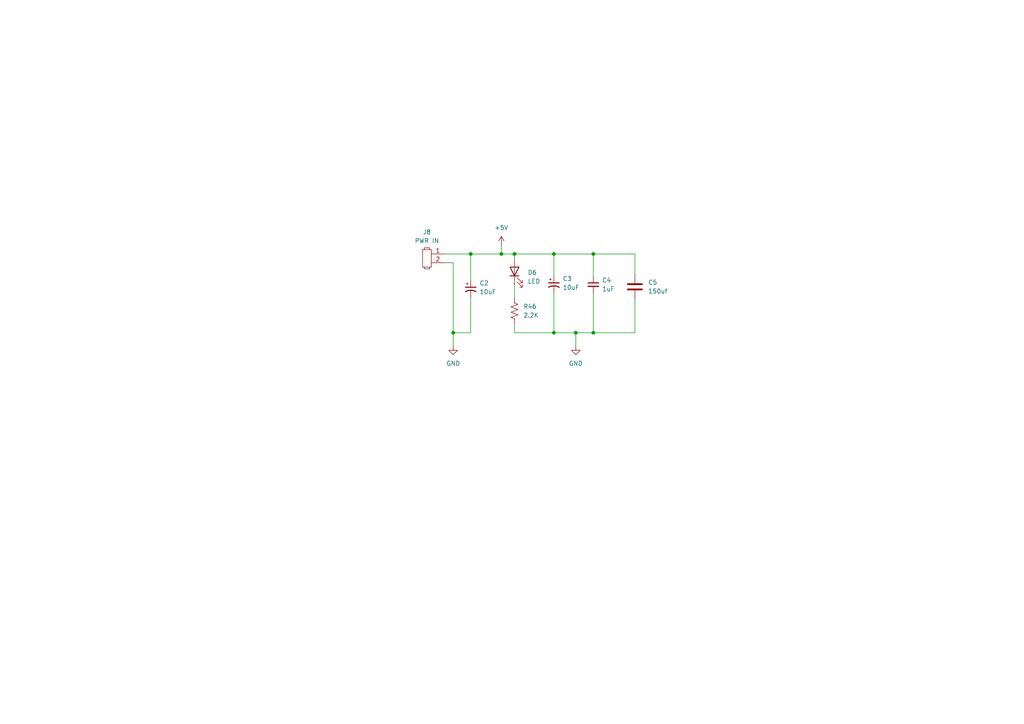
<source format=kicad_sch>
(kicad_sch
	(version 20231120)
	(generator "eeschema")
	(generator_version "8.0")
	(uuid "fc8f60f2-263c-4949-a618-cbd4b64c6aae")
	(paper "A4")
	(lib_symbols
		(symbol "Custom Symbols:2pinheader"
			(exclude_from_sim no)
			(in_bom yes)
			(on_board yes)
			(property "Reference" "J"
				(at -1.27 5.08 0)
				(effects
					(font
						(size 1.27 1.27)
					)
				)
			)
			(property "Value" "2pinheader"
				(at -1.27 3.81 0)
				(effects
					(font
						(size 1.27 1.27)
					)
				)
			)
			(property "Footprint" ""
				(at 1.27 7.62 0)
				(effects
					(font
						(size 1.27 1.27)
					)
					(hide yes)
				)
			)
			(property "Datasheet" ""
				(at 1.27 7.62 0)
				(effects
					(font
						(size 1.27 1.27)
					)
					(hide yes)
				)
			)
			(property "Description" ""
				(at 0 0 0)
				(effects
					(font
						(size 1.27 1.27)
					)
					(hide yes)
				)
			)
			(symbol "2pinheader_0_1"
				(polyline
					(pts
						(xy -2.032 -2.54) (xy -2.032 -3.048) (xy -0.508 -3.048) (xy -0.508 -2.54)
					)
					(stroke
						(width 0)
						(type default)
					)
					(fill
						(type none)
					)
				)
				(polyline
					(pts
						(xy -2.032 2.54) (xy -2.032 3.048) (xy -0.508 3.048) (xy -0.508 2.54) (xy -0.508 2.794)
					)
					(stroke
						(width 0)
						(type default)
					)
					(fill
						(type none)
					)
				)
				(rectangle
					(start 0 2.54)
					(end -2.54 -2.54)
					(stroke
						(width 0)
						(type default)
					)
					(fill
						(type none)
					)
				)
			)
			(symbol "2pinheader_1_1"
				(pin bidirectional line
					(at 3.81 1.27 180)
					(length 3.81)
					(name ""
						(effects
							(font
								(size 1.27 1.27)
							)
						)
					)
					(number "1"
						(effects
							(font
								(size 1.27 1.27)
							)
						)
					)
				)
				(pin bidirectional line
					(at 3.81 -1.27 180)
					(length 3.81)
					(name ""
						(effects
							(font
								(size 1.27 1.27)
							)
						)
					)
					(number "2"
						(effects
							(font
								(size 1.27 1.27)
							)
						)
					)
				)
			)
		)
		(symbol "Device:C"
			(pin_numbers hide)
			(pin_names
				(offset 0.254)
			)
			(exclude_from_sim no)
			(in_bom yes)
			(on_board yes)
			(property "Reference" "C"
				(at 0.635 2.54 0)
				(effects
					(font
						(size 1.27 1.27)
					)
					(justify left)
				)
			)
			(property "Value" "C"
				(at 0.635 -2.54 0)
				(effects
					(font
						(size 1.27 1.27)
					)
					(justify left)
				)
			)
			(property "Footprint" ""
				(at 0.9652 -3.81 0)
				(effects
					(font
						(size 1.27 1.27)
					)
					(hide yes)
				)
			)
			(property "Datasheet" "~"
				(at 0 0 0)
				(effects
					(font
						(size 1.27 1.27)
					)
					(hide yes)
				)
			)
			(property "Description" "Unpolarized capacitor"
				(at 0 0 0)
				(effects
					(font
						(size 1.27 1.27)
					)
					(hide yes)
				)
			)
			(property "ki_keywords" "cap capacitor"
				(at 0 0 0)
				(effects
					(font
						(size 1.27 1.27)
					)
					(hide yes)
				)
			)
			(property "ki_fp_filters" "C_*"
				(at 0 0 0)
				(effects
					(font
						(size 1.27 1.27)
					)
					(hide yes)
				)
			)
			(symbol "C_0_1"
				(polyline
					(pts
						(xy -2.032 -0.762) (xy 2.032 -0.762)
					)
					(stroke
						(width 0.508)
						(type default)
					)
					(fill
						(type none)
					)
				)
				(polyline
					(pts
						(xy -2.032 0.762) (xy 2.032 0.762)
					)
					(stroke
						(width 0.508)
						(type default)
					)
					(fill
						(type none)
					)
				)
			)
			(symbol "C_1_1"
				(pin passive line
					(at 0 3.81 270)
					(length 2.794)
					(name "~"
						(effects
							(font
								(size 1.27 1.27)
							)
						)
					)
					(number "1"
						(effects
							(font
								(size 1.27 1.27)
							)
						)
					)
				)
				(pin passive line
					(at 0 -3.81 90)
					(length 2.794)
					(name "~"
						(effects
							(font
								(size 1.27 1.27)
							)
						)
					)
					(number "2"
						(effects
							(font
								(size 1.27 1.27)
							)
						)
					)
				)
			)
		)
		(symbol "Device:C_Polarized_Small_US"
			(pin_numbers hide)
			(pin_names
				(offset 0.254) hide)
			(exclude_from_sim no)
			(in_bom yes)
			(on_board yes)
			(property "Reference" "C"
				(at 0.254 1.778 0)
				(effects
					(font
						(size 1.27 1.27)
					)
					(justify left)
				)
			)
			(property "Value" "C_Polarized_Small_US"
				(at 0.254 -2.032 0)
				(effects
					(font
						(size 1.27 1.27)
					)
					(justify left)
				)
			)
			(property "Footprint" ""
				(at 0 0 0)
				(effects
					(font
						(size 1.27 1.27)
					)
					(hide yes)
				)
			)
			(property "Datasheet" "~"
				(at 0 0 0)
				(effects
					(font
						(size 1.27 1.27)
					)
					(hide yes)
				)
			)
			(property "Description" "Polarized capacitor, small US symbol"
				(at 0 0 0)
				(effects
					(font
						(size 1.27 1.27)
					)
					(hide yes)
				)
			)
			(property "ki_keywords" "cap capacitor"
				(at 0 0 0)
				(effects
					(font
						(size 1.27 1.27)
					)
					(hide yes)
				)
			)
			(property "ki_fp_filters" "CP_*"
				(at 0 0 0)
				(effects
					(font
						(size 1.27 1.27)
					)
					(hide yes)
				)
			)
			(symbol "C_Polarized_Small_US_0_1"
				(polyline
					(pts
						(xy -1.524 0.508) (xy 1.524 0.508)
					)
					(stroke
						(width 0.3048)
						(type default)
					)
					(fill
						(type none)
					)
				)
				(polyline
					(pts
						(xy -1.27 1.524) (xy -0.762 1.524)
					)
					(stroke
						(width 0)
						(type default)
					)
					(fill
						(type none)
					)
				)
				(polyline
					(pts
						(xy -1.016 1.27) (xy -1.016 1.778)
					)
					(stroke
						(width 0)
						(type default)
					)
					(fill
						(type none)
					)
				)
				(arc
					(start 1.524 -0.762)
					(mid 0 -0.3734)
					(end -1.524 -0.762)
					(stroke
						(width 0.3048)
						(type default)
					)
					(fill
						(type none)
					)
				)
			)
			(symbol "C_Polarized_Small_US_1_1"
				(pin passive line
					(at 0 2.54 270)
					(length 2.032)
					(name "~"
						(effects
							(font
								(size 1.27 1.27)
							)
						)
					)
					(number "1"
						(effects
							(font
								(size 1.27 1.27)
							)
						)
					)
				)
				(pin passive line
					(at 0 -2.54 90)
					(length 2.032)
					(name "~"
						(effects
							(font
								(size 1.27 1.27)
							)
						)
					)
					(number "2"
						(effects
							(font
								(size 1.27 1.27)
							)
						)
					)
				)
			)
		)
		(symbol "Device:C_Small"
			(pin_numbers hide)
			(pin_names
				(offset 0.254) hide)
			(exclude_from_sim no)
			(in_bom yes)
			(on_board yes)
			(property "Reference" "C"
				(at 0.254 1.778 0)
				(effects
					(font
						(size 1.27 1.27)
					)
					(justify left)
				)
			)
			(property "Value" "C_Small"
				(at 0.254 -2.032 0)
				(effects
					(font
						(size 1.27 1.27)
					)
					(justify left)
				)
			)
			(property "Footprint" ""
				(at 0 0 0)
				(effects
					(font
						(size 1.27 1.27)
					)
					(hide yes)
				)
			)
			(property "Datasheet" "~"
				(at 0 0 0)
				(effects
					(font
						(size 1.27 1.27)
					)
					(hide yes)
				)
			)
			(property "Description" "Unpolarized capacitor, small symbol"
				(at 0 0 0)
				(effects
					(font
						(size 1.27 1.27)
					)
					(hide yes)
				)
			)
			(property "ki_keywords" "capacitor cap"
				(at 0 0 0)
				(effects
					(font
						(size 1.27 1.27)
					)
					(hide yes)
				)
			)
			(property "ki_fp_filters" "C_*"
				(at 0 0 0)
				(effects
					(font
						(size 1.27 1.27)
					)
					(hide yes)
				)
			)
			(symbol "C_Small_0_1"
				(polyline
					(pts
						(xy -1.524 -0.508) (xy 1.524 -0.508)
					)
					(stroke
						(width 0.3302)
						(type default)
					)
					(fill
						(type none)
					)
				)
				(polyline
					(pts
						(xy -1.524 0.508) (xy 1.524 0.508)
					)
					(stroke
						(width 0.3048)
						(type default)
					)
					(fill
						(type none)
					)
				)
			)
			(symbol "C_Small_1_1"
				(pin passive line
					(at 0 2.54 270)
					(length 2.032)
					(name "~"
						(effects
							(font
								(size 1.27 1.27)
							)
						)
					)
					(number "1"
						(effects
							(font
								(size 1.27 1.27)
							)
						)
					)
				)
				(pin passive line
					(at 0 -2.54 90)
					(length 2.032)
					(name "~"
						(effects
							(font
								(size 1.27 1.27)
							)
						)
					)
					(number "2"
						(effects
							(font
								(size 1.27 1.27)
							)
						)
					)
				)
			)
		)
		(symbol "Device:LED"
			(pin_numbers hide)
			(pin_names
				(offset 1.016) hide)
			(exclude_from_sim no)
			(in_bom yes)
			(on_board yes)
			(property "Reference" "D"
				(at 0 2.54 0)
				(effects
					(font
						(size 1.27 1.27)
					)
				)
			)
			(property "Value" "LED"
				(at 0 -2.54 0)
				(effects
					(font
						(size 1.27 1.27)
					)
				)
			)
			(property "Footprint" ""
				(at 0 0 0)
				(effects
					(font
						(size 1.27 1.27)
					)
					(hide yes)
				)
			)
			(property "Datasheet" "~"
				(at 0 0 0)
				(effects
					(font
						(size 1.27 1.27)
					)
					(hide yes)
				)
			)
			(property "Description" "Light emitting diode"
				(at 0 0 0)
				(effects
					(font
						(size 1.27 1.27)
					)
					(hide yes)
				)
			)
			(property "ki_keywords" "LED diode"
				(at 0 0 0)
				(effects
					(font
						(size 1.27 1.27)
					)
					(hide yes)
				)
			)
			(property "ki_fp_filters" "LED* LED_SMD:* LED_THT:*"
				(at 0 0 0)
				(effects
					(font
						(size 1.27 1.27)
					)
					(hide yes)
				)
			)
			(symbol "LED_0_1"
				(polyline
					(pts
						(xy -1.27 -1.27) (xy -1.27 1.27)
					)
					(stroke
						(width 0.254)
						(type default)
					)
					(fill
						(type none)
					)
				)
				(polyline
					(pts
						(xy -1.27 0) (xy 1.27 0)
					)
					(stroke
						(width 0)
						(type default)
					)
					(fill
						(type none)
					)
				)
				(polyline
					(pts
						(xy 1.27 -1.27) (xy 1.27 1.27) (xy -1.27 0) (xy 1.27 -1.27)
					)
					(stroke
						(width 0.254)
						(type default)
					)
					(fill
						(type none)
					)
				)
				(polyline
					(pts
						(xy -3.048 -0.762) (xy -4.572 -2.286) (xy -3.81 -2.286) (xy -4.572 -2.286) (xy -4.572 -1.524)
					)
					(stroke
						(width 0)
						(type default)
					)
					(fill
						(type none)
					)
				)
				(polyline
					(pts
						(xy -1.778 -0.762) (xy -3.302 -2.286) (xy -2.54 -2.286) (xy -3.302 -2.286) (xy -3.302 -1.524)
					)
					(stroke
						(width 0)
						(type default)
					)
					(fill
						(type none)
					)
				)
			)
			(symbol "LED_1_1"
				(pin passive line
					(at -3.81 0 0)
					(length 2.54)
					(name "K"
						(effects
							(font
								(size 1.27 1.27)
							)
						)
					)
					(number "1"
						(effects
							(font
								(size 1.27 1.27)
							)
						)
					)
				)
				(pin passive line
					(at 3.81 0 180)
					(length 2.54)
					(name "A"
						(effects
							(font
								(size 1.27 1.27)
							)
						)
					)
					(number "2"
						(effects
							(font
								(size 1.27 1.27)
							)
						)
					)
				)
			)
		)
		(symbol "Device:R_US"
			(pin_numbers hide)
			(pin_names
				(offset 0)
			)
			(exclude_from_sim no)
			(in_bom yes)
			(on_board yes)
			(property "Reference" "R"
				(at 2.54 0 90)
				(effects
					(font
						(size 1.27 1.27)
					)
				)
			)
			(property "Value" "R_US"
				(at -2.54 0 90)
				(effects
					(font
						(size 1.27 1.27)
					)
				)
			)
			(property "Footprint" ""
				(at 1.016 -0.254 90)
				(effects
					(font
						(size 1.27 1.27)
					)
					(hide yes)
				)
			)
			(property "Datasheet" "~"
				(at 0 0 0)
				(effects
					(font
						(size 1.27 1.27)
					)
					(hide yes)
				)
			)
			(property "Description" "Resistor, US symbol"
				(at 0 0 0)
				(effects
					(font
						(size 1.27 1.27)
					)
					(hide yes)
				)
			)
			(property "ki_keywords" "R res resistor"
				(at 0 0 0)
				(effects
					(font
						(size 1.27 1.27)
					)
					(hide yes)
				)
			)
			(property "ki_fp_filters" "R_*"
				(at 0 0 0)
				(effects
					(font
						(size 1.27 1.27)
					)
					(hide yes)
				)
			)
			(symbol "R_US_0_1"
				(polyline
					(pts
						(xy 0 -2.286) (xy 0 -2.54)
					)
					(stroke
						(width 0)
						(type default)
					)
					(fill
						(type none)
					)
				)
				(polyline
					(pts
						(xy 0 2.286) (xy 0 2.54)
					)
					(stroke
						(width 0)
						(type default)
					)
					(fill
						(type none)
					)
				)
				(polyline
					(pts
						(xy 0 -0.762) (xy 1.016 -1.143) (xy 0 -1.524) (xy -1.016 -1.905) (xy 0 -2.286)
					)
					(stroke
						(width 0)
						(type default)
					)
					(fill
						(type none)
					)
				)
				(polyline
					(pts
						(xy 0 0.762) (xy 1.016 0.381) (xy 0 0) (xy -1.016 -0.381) (xy 0 -0.762)
					)
					(stroke
						(width 0)
						(type default)
					)
					(fill
						(type none)
					)
				)
				(polyline
					(pts
						(xy 0 2.286) (xy 1.016 1.905) (xy 0 1.524) (xy -1.016 1.143) (xy 0 0.762)
					)
					(stroke
						(width 0)
						(type default)
					)
					(fill
						(type none)
					)
				)
			)
			(symbol "R_US_1_1"
				(pin passive line
					(at 0 3.81 270)
					(length 1.27)
					(name "~"
						(effects
							(font
								(size 1.27 1.27)
							)
						)
					)
					(number "1"
						(effects
							(font
								(size 1.27 1.27)
							)
						)
					)
				)
				(pin passive line
					(at 0 -3.81 90)
					(length 1.27)
					(name "~"
						(effects
							(font
								(size 1.27 1.27)
							)
						)
					)
					(number "2"
						(effects
							(font
								(size 1.27 1.27)
							)
						)
					)
				)
			)
		)
		(symbol "power:+5V"
			(power)
			(pin_names
				(offset 0)
			)
			(exclude_from_sim no)
			(in_bom yes)
			(on_board yes)
			(property "Reference" "#PWR017"
				(at 0 -3.81 0)
				(effects
					(font
						(size 1.27 1.27)
					)
					(hide yes)
				)
			)
			(property "Value" "+5V"
				(at 0 5.08 0)
				(effects
					(font
						(size 1.27 1.27)
					)
				)
			)
			(property "Footprint" ""
				(at 0 0 0)
				(effects
					(font
						(size 1.27 1.27)
					)
					(hide yes)
				)
			)
			(property "Datasheet" ""
				(at 0 0 0)
				(effects
					(font
						(size 1.27 1.27)
					)
					(hide yes)
				)
			)
			(property "Description" ""
				(at 0 0 0)
				(effects
					(font
						(size 1.27 1.27)
					)
					(hide yes)
				)
			)
			(property "ki_keywords" "power-flag"
				(at 0 0 0)
				(effects
					(font
						(size 1.27 1.27)
					)
					(hide yes)
				)
			)
			(symbol "+5V_0_1"
				(polyline
					(pts
						(xy -0.762 1.27) (xy 0 2.54)
					)
					(stroke
						(width 0)
						(type default)
					)
					(fill
						(type none)
					)
				)
				(polyline
					(pts
						(xy 0 0) (xy 0 2.54)
					)
					(stroke
						(width 0)
						(type default)
					)
					(fill
						(type none)
					)
				)
				(polyline
					(pts
						(xy 0 2.54) (xy 0.762 1.27)
					)
					(stroke
						(width 0)
						(type default)
					)
					(fill
						(type none)
					)
				)
			)
			(symbol "+5V_1_1"
				(pin power_out line
					(at 0 0 90)
					(length 0) hide
					(name "+5V"
						(effects
							(font
								(size 1.27 1.27)
							)
						)
					)
					(number "1"
						(effects
							(font
								(size 1.27 1.27)
							)
						)
					)
				)
			)
		)
		(symbol "power:GND"
			(power)
			(pin_names
				(offset 0)
			)
			(exclude_from_sim no)
			(in_bom yes)
			(on_board yes)
			(property "Reference" "#PWR"
				(at 0 -6.35 0)
				(effects
					(font
						(size 1.27 1.27)
					)
					(hide yes)
				)
			)
			(property "Value" "GND"
				(at 0 -3.81 0)
				(effects
					(font
						(size 1.27 1.27)
					)
				)
			)
			(property "Footprint" ""
				(at 0 0 0)
				(effects
					(font
						(size 1.27 1.27)
					)
					(hide yes)
				)
			)
			(property "Datasheet" ""
				(at 0 0 0)
				(effects
					(font
						(size 1.27 1.27)
					)
					(hide yes)
				)
			)
			(property "Description" "Power symbol creates a global label with name \"GND\" , ground"
				(at 0 0 0)
				(effects
					(font
						(size 1.27 1.27)
					)
					(hide yes)
				)
			)
			(property "ki_keywords" "power-flag"
				(at 0 0 0)
				(effects
					(font
						(size 1.27 1.27)
					)
					(hide yes)
				)
			)
			(symbol "GND_0_1"
				(polyline
					(pts
						(xy 0 0) (xy 0 -1.27) (xy 1.27 -1.27) (xy 0 -2.54) (xy -1.27 -1.27) (xy 0 -1.27)
					)
					(stroke
						(width 0)
						(type default)
					)
					(fill
						(type none)
					)
				)
			)
			(symbol "GND_1_1"
				(pin power_in line
					(at 0 0 270)
					(length 0) hide
					(name "GND"
						(effects
							(font
								(size 1.27 1.27)
							)
						)
					)
					(number "1"
						(effects
							(font
								(size 1.27 1.27)
							)
						)
					)
				)
			)
		)
	)
	(junction
		(at 160.655 73.66)
		(diameter 0)
		(color 0 0 0 0)
		(uuid "0cb8400f-91fc-4354-b1c5-5e1a92e7658e")
	)
	(junction
		(at 172.085 96.52)
		(diameter 0)
		(color 0 0 0 0)
		(uuid "119223b1-c0db-48db-be8a-1414548c93f6")
	)
	(junction
		(at 145.415 73.66)
		(diameter 0)
		(color 0 0 0 0)
		(uuid "2157b2d4-8706-4606-afd5-fff3fca37e65")
	)
	(junction
		(at 136.525 73.66)
		(diameter 0)
		(color 0 0 0 0)
		(uuid "3a2ab5c5-8e09-4721-ad19-0093a6b520a1")
	)
	(junction
		(at 160.655 96.52)
		(diameter 0)
		(color 0 0 0 0)
		(uuid "481ea9c9-ce3a-44a3-b0f5-20f1a87c1b95")
	)
	(junction
		(at 131.445 96.52)
		(diameter 0)
		(color 0 0 0 0)
		(uuid "95b36d2d-f72d-4441-9cbd-7ee80abb9173")
	)
	(junction
		(at 149.225 73.66)
		(diameter 0)
		(color 0 0 0 0)
		(uuid "bf41b1d8-b463-4be8-84ee-36b71e28a696")
	)
	(junction
		(at 167.005 96.52)
		(diameter 0)
		(color 0 0 0 0)
		(uuid "c0ba3a5e-0393-467c-85a0-83a3fac1f226")
	)
	(junction
		(at 172.085 73.66)
		(diameter 0)
		(color 0 0 0 0)
		(uuid "dba63aa9-48ba-40a6-bc1d-6526f9527827")
	)
	(wire
		(pts
			(xy 184.15 86.995) (xy 184.15 96.52)
		)
		(stroke
			(width 0)
			(type default)
		)
		(uuid "0169e3be-ab0c-49d2-b9ed-109a4a14c7af")
	)
	(wire
		(pts
			(xy 172.085 85.09) (xy 172.085 96.52)
		)
		(stroke
			(width 0)
			(type default)
		)
		(uuid "0b633b30-89d7-4549-bba1-f799e9f1e13c")
	)
	(wire
		(pts
			(xy 149.225 73.66) (xy 160.655 73.66)
		)
		(stroke
			(width 0)
			(type default)
		)
		(uuid "0c224219-9839-4a3e-8fab-d3a3868fb069")
	)
	(wire
		(pts
			(xy 184.15 79.375) (xy 184.15 73.66)
		)
		(stroke
			(width 0)
			(type default)
		)
		(uuid "1abc1128-45d6-47d2-a6c4-4bed6e39f7b2")
	)
	(wire
		(pts
			(xy 167.005 96.52) (xy 160.655 96.52)
		)
		(stroke
			(width 0)
			(type default)
		)
		(uuid "2932b2b7-a950-4bc2-9477-c86c05ef7f74")
	)
	(wire
		(pts
			(xy 160.655 96.52) (xy 149.225 96.52)
		)
		(stroke
			(width 0)
			(type default)
		)
		(uuid "2c4856f2-54af-400a-b289-53adb9c1acd2")
	)
	(wire
		(pts
			(xy 131.445 96.52) (xy 131.445 100.33)
		)
		(stroke
			(width 0)
			(type default)
		)
		(uuid "31b13c0c-2b79-41ca-a405-135ba168f9ea")
	)
	(wire
		(pts
			(xy 184.15 96.52) (xy 172.085 96.52)
		)
		(stroke
			(width 0)
			(type default)
		)
		(uuid "3edfcafd-28ce-484c-86b6-1c9aa02a9586")
	)
	(wire
		(pts
			(xy 128.905 73.66) (xy 136.525 73.66)
		)
		(stroke
			(width 0)
			(type default)
		)
		(uuid "4546ce90-9247-4148-98d7-9753ad71235d")
	)
	(wire
		(pts
			(xy 172.085 96.52) (xy 167.005 96.52)
		)
		(stroke
			(width 0)
			(type default)
		)
		(uuid "47016d0a-2333-4244-93b9-b4cf19f81312")
	)
	(wire
		(pts
			(xy 136.525 86.36) (xy 136.525 96.52)
		)
		(stroke
			(width 0)
			(type default)
		)
		(uuid "4733eb4a-4907-40b1-8f0f-63d68e0e29f6")
	)
	(wire
		(pts
			(xy 145.415 73.66) (xy 149.225 73.66)
		)
		(stroke
			(width 0)
			(type default)
		)
		(uuid "49d59245-91b9-46cf-9fd4-aae99e031708")
	)
	(wire
		(pts
			(xy 149.225 82.55) (xy 149.225 86.36)
		)
		(stroke
			(width 0)
			(type default)
		)
		(uuid "4feb111c-057f-4724-a01e-3ffa732d1e41")
	)
	(wire
		(pts
			(xy 184.15 73.66) (xy 172.085 73.66)
		)
		(stroke
			(width 0)
			(type default)
		)
		(uuid "633a8278-3c17-426f-897a-ee15a16b5ac0")
	)
	(wire
		(pts
			(xy 145.415 71.12) (xy 145.415 73.66)
		)
		(stroke
			(width 0)
			(type default)
		)
		(uuid "695aa197-9df9-429b-8351-0701de1a65fe")
	)
	(wire
		(pts
			(xy 149.225 73.66) (xy 149.225 74.93)
		)
		(stroke
			(width 0)
			(type default)
		)
		(uuid "71dda624-e4e3-4cc6-a03b-b99a17be9a82")
	)
	(wire
		(pts
			(xy 172.085 73.66) (xy 172.085 80.01)
		)
		(stroke
			(width 0)
			(type default)
		)
		(uuid "810efc19-d805-493e-aa34-9d202add4e9f")
	)
	(wire
		(pts
			(xy 131.445 96.52) (xy 131.445 76.2)
		)
		(stroke
			(width 0)
			(type default)
		)
		(uuid "8aa5cd8d-c70f-458e-a2d1-f66900fec16f")
	)
	(wire
		(pts
			(xy 160.655 73.66) (xy 172.085 73.66)
		)
		(stroke
			(width 0)
			(type default)
		)
		(uuid "93019553-24ba-4f87-afba-d81b55213900")
	)
	(wire
		(pts
			(xy 149.225 96.52) (xy 149.225 93.98)
		)
		(stroke
			(width 0)
			(type default)
		)
		(uuid "ac3a46e2-ec4f-49cf-b169-718854c42c74")
	)
	(wire
		(pts
			(xy 131.445 76.2) (xy 128.905 76.2)
		)
		(stroke
			(width 0)
			(type default)
		)
		(uuid "af9c9d6b-7b13-4c89-b5bc-5c8a367cbbe8")
	)
	(wire
		(pts
			(xy 136.525 96.52) (xy 131.445 96.52)
		)
		(stroke
			(width 0)
			(type default)
		)
		(uuid "ed353f39-7e96-40c9-a01e-0a8697a38c31")
	)
	(wire
		(pts
			(xy 160.655 85.09) (xy 160.655 96.52)
		)
		(stroke
			(width 0)
			(type default)
		)
		(uuid "ed741ce7-6bd2-4725-b754-7ab85d2aaafa")
	)
	(wire
		(pts
			(xy 160.655 73.66) (xy 160.655 80.01)
		)
		(stroke
			(width 0)
			(type default)
		)
		(uuid "f4db0119-e532-4dc2-8a95-cc752a8819ca")
	)
	(wire
		(pts
			(xy 167.005 96.52) (xy 167.005 100.33)
		)
		(stroke
			(width 0)
			(type default)
		)
		(uuid "fac95099-6dbc-4816-9920-1d025dadbd3f")
	)
	(wire
		(pts
			(xy 136.525 73.66) (xy 136.525 81.28)
		)
		(stroke
			(width 0)
			(type default)
		)
		(uuid "fdb558c1-628d-4aea-8bc5-17dae9b3881d")
	)
	(wire
		(pts
			(xy 136.525 73.66) (xy 145.415 73.66)
		)
		(stroke
			(width 0)
			(type default)
		)
		(uuid "ff1b2faf-1ea4-424b-90ee-50e87f8c81ff")
	)
	(symbol
		(lib_id "Device:C")
		(at 184.15 83.185 0)
		(unit 1)
		(exclude_from_sim no)
		(in_bom yes)
		(on_board yes)
		(dnp no)
		(fields_autoplaced yes)
		(uuid "03d0099a-42b8-404a-813f-8b93b06d2a5c")
		(property "Reference" "C5"
			(at 187.96 81.9149 0)
			(effects
				(font
					(size 1.27 1.27)
				)
				(justify left)
			)
		)
		(property "Value" "150uf"
			(at 187.96 84.4549 0)
			(effects
				(font
					(size 1.27 1.27)
				)
				(justify left)
			)
		)
		(property "Footprint" "ATVProject_Library:2020"
			(at 185.1152 86.995 0)
			(effects
				(font
					(size 1.27 1.27)
				)
				(hide yes)
			)
		)
		(property "Datasheet" "~"
			(at 184.15 83.185 0)
			(effects
				(font
					(size 1.27 1.27)
				)
				(hide yes)
			)
		)
		(property "Description" ""
			(at 184.15 83.185 0)
			(effects
				(font
					(size 1.27 1.27)
				)
				(hide yes)
			)
		)
		(pin "1"
			(uuid "450dda55-62c2-48dd-b472-8e8c61e248ea")
		)
		(pin "2"
			(uuid "8b20d3d0-44d8-4e66-85f9-6c172d5fee59")
		)
		(instances
			(project "ATV_Project_Slave Barg"
				(path "/e63e39d7-6ac0-4ffd-8aa3-1841a4541b55/564c43d2-3de0-4d4b-b01f-da9e0ca8e56b"
					(reference "C5")
					(unit 1)
				)
			)
		)
	)
	(symbol
		(lib_id "power:GND")
		(at 131.445 100.33 0)
		(unit 1)
		(exclude_from_sim no)
		(in_bom yes)
		(on_board yes)
		(dnp no)
		(fields_autoplaced yes)
		(uuid "36410eaa-43dc-49e0-a19c-1b03c087cd0b")
		(property "Reference" "#PWR021"
			(at 131.445 106.68 0)
			(effects
				(font
					(size 1.27 1.27)
				)
				(hide yes)
			)
		)
		(property "Value" "GND"
			(at 131.445 105.41 0)
			(effects
				(font
					(size 1.27 1.27)
				)
			)
		)
		(property "Footprint" ""
			(at 131.445 100.33 0)
			(effects
				(font
					(size 1.27 1.27)
				)
				(hide yes)
			)
		)
		(property "Datasheet" ""
			(at 131.445 100.33 0)
			(effects
				(font
					(size 1.27 1.27)
				)
				(hide yes)
			)
		)
		(property "Description" ""
			(at 131.445 100.33 0)
			(effects
				(font
					(size 1.27 1.27)
				)
				(hide yes)
			)
		)
		(pin "1"
			(uuid "efe8753f-4216-4bd6-b094-3d26bd9a8774")
		)
		(instances
			(project "ATV_Project_Slave Barg"
				(path "/e63e39d7-6ac0-4ffd-8aa3-1841a4541b55/564c43d2-3de0-4d4b-b01f-da9e0ca8e56b"
					(reference "#PWR021")
					(unit 1)
				)
			)
		)
	)
	(symbol
		(lib_id "power:+5V")
		(at 145.415 71.12 0)
		(unit 1)
		(exclude_from_sim no)
		(in_bom yes)
		(on_board yes)
		(dnp no)
		(fields_autoplaced yes)
		(uuid "3e1c69b9-7651-4f21-863a-7e759cc60b6a")
		(property "Reference" "#PWR022"
			(at 145.415 74.93 0)
			(effects
				(font
					(size 1.27 1.27)
				)
				(hide yes)
			)
		)
		(property "Value" "+5V"
			(at 145.415 66.04 0)
			(effects
				(font
					(size 1.27 1.27)
				)
			)
		)
		(property "Footprint" ""
			(at 145.415 71.12 0)
			(effects
				(font
					(size 1.27 1.27)
				)
				(hide yes)
			)
		)
		(property "Datasheet" ""
			(at 145.415 71.12 0)
			(effects
				(font
					(size 1.27 1.27)
				)
				(hide yes)
			)
		)
		(property "Description" ""
			(at 145.415 71.12 0)
			(effects
				(font
					(size 1.27 1.27)
				)
				(hide yes)
			)
		)
		(pin "1"
			(uuid "565ccf5a-cf41-499a-aaca-1a1e189543b4")
		)
		(instances
			(project "ATV_Project_Slave Barg"
				(path "/e63e39d7-6ac0-4ffd-8aa3-1841a4541b55/564c43d2-3de0-4d4b-b01f-da9e0ca8e56b"
					(reference "#PWR022")
					(unit 1)
				)
			)
		)
	)
	(symbol
		(lib_id "Custom Symbols:2pinheader")
		(at 125.095 74.93 0)
		(unit 1)
		(exclude_from_sim no)
		(in_bom yes)
		(on_board yes)
		(dnp no)
		(fields_autoplaced yes)
		(uuid "57e23283-f626-4b0d-871b-f526bf246fa1")
		(property "Reference" "J8"
			(at 123.825 67.31 0)
			(effects
				(font
					(size 1.27 1.27)
				)
			)
		)
		(property "Value" "PWR IN"
			(at 123.825 69.85 0)
			(effects
				(font
					(size 1.27 1.27)
				)
			)
		)
		(property "Footprint" "ATVProject_Library:2 Pin Header"
			(at 126.365 67.31 0)
			(effects
				(font
					(size 1.27 1.27)
				)
				(hide yes)
			)
		)
		(property "Datasheet" ""
			(at 126.365 67.31 0)
			(effects
				(font
					(size 1.27 1.27)
				)
				(hide yes)
			)
		)
		(property "Description" ""
			(at 125.095 74.93 0)
			(effects
				(font
					(size 1.27 1.27)
				)
				(hide yes)
			)
		)
		(pin "1"
			(uuid "a85c2fff-e17b-44b7-ae44-14dfd39ce795")
		)
		(pin "2"
			(uuid "c5e89c69-83e6-47c3-939b-5e254825974f")
		)
		(instances
			(project "ATV_Project_Slave Barg"
				(path "/e63e39d7-6ac0-4ffd-8aa3-1841a4541b55/564c43d2-3de0-4d4b-b01f-da9e0ca8e56b"
					(reference "J8")
					(unit 1)
				)
			)
		)
	)
	(symbol
		(lib_id "Device:R_US")
		(at 149.225 90.17 0)
		(unit 1)
		(exclude_from_sim no)
		(in_bom yes)
		(on_board yes)
		(dnp no)
		(fields_autoplaced yes)
		(uuid "6164ad77-19c4-4a32-85ef-33f7575b8c0f")
		(property "Reference" "R46"
			(at 151.765 88.8999 0)
			(effects
				(font
					(size 1.27 1.27)
				)
				(justify left)
			)
		)
		(property "Value" "2.2K"
			(at 151.765 91.4399 0)
			(effects
				(font
					(size 1.27 1.27)
				)
				(justify left)
			)
		)
		(property "Footprint" "Resistor_SMD:R_0805_2012Metric_Pad1.20x1.40mm_HandSolder"
			(at 150.241 90.424 90)
			(effects
				(font
					(size 1.27 1.27)
				)
				(hide yes)
			)
		)
		(property "Datasheet" "~"
			(at 149.225 90.17 0)
			(effects
				(font
					(size 1.27 1.27)
				)
				(hide yes)
			)
		)
		(property "Description" ""
			(at 149.225 90.17 0)
			(effects
				(font
					(size 1.27 1.27)
				)
				(hide yes)
			)
		)
		(pin "1"
			(uuid "db6e1b78-cd97-448d-9e4a-6d484ba963e3")
		)
		(pin "2"
			(uuid "199942e9-db7d-4813-8d65-adb3b561f799")
		)
		(instances
			(project "ATV_Project_Slave Barg"
				(path "/e63e39d7-6ac0-4ffd-8aa3-1841a4541b55/564c43d2-3de0-4d4b-b01f-da9e0ca8e56b"
					(reference "R46")
					(unit 1)
				)
			)
		)
	)
	(symbol
		(lib_id "Device:LED")
		(at 149.225 78.74 90)
		(unit 1)
		(exclude_from_sim no)
		(in_bom yes)
		(on_board yes)
		(dnp no)
		(fields_autoplaced yes)
		(uuid "a23244bc-53f6-42d4-9bec-2b4f35d62696")
		(property "Reference" "D6"
			(at 153.035 79.0574 90)
			(effects
				(font
					(size 1.27 1.27)
				)
				(justify right)
			)
		)
		(property "Value" "LED"
			(at 153.035 81.5974 90)
			(effects
				(font
					(size 1.27 1.27)
				)
				(justify right)
			)
		)
		(property "Footprint" "Diode_SMD:D_0805_2012Metric_Pad1.15x1.40mm_HandSolder"
			(at 149.225 78.74 0)
			(effects
				(font
					(size 1.27 1.27)
				)
				(hide yes)
			)
		)
		(property "Datasheet" "~"
			(at 149.225 78.74 0)
			(effects
				(font
					(size 1.27 1.27)
				)
				(hide yes)
			)
		)
		(property "Description" ""
			(at 149.225 78.74 0)
			(effects
				(font
					(size 1.27 1.27)
				)
				(hide yes)
			)
		)
		(pin "1"
			(uuid "2bb7640f-051e-4952-ba19-2e39c545d7b1")
		)
		(pin "2"
			(uuid "313b7185-18bb-4d3d-8c2a-0877d33ba881")
		)
		(instances
			(project "ATV_Project_Slave Barg"
				(path "/e63e39d7-6ac0-4ffd-8aa3-1841a4541b55/564c43d2-3de0-4d4b-b01f-da9e0ca8e56b"
					(reference "D6")
					(unit 1)
				)
			)
		)
	)
	(symbol
		(lib_id "Device:C_Small")
		(at 172.085 82.55 0)
		(unit 1)
		(exclude_from_sim no)
		(in_bom yes)
		(on_board yes)
		(dnp no)
		(fields_autoplaced yes)
		(uuid "b1142866-a25c-45c8-961d-5afd443845e1")
		(property "Reference" "C4"
			(at 174.625 81.2862 0)
			(effects
				(font
					(size 1.27 1.27)
				)
				(justify left)
			)
		)
		(property "Value" "1uF"
			(at 174.625 83.8262 0)
			(effects
				(font
					(size 1.27 1.27)
				)
				(justify left)
			)
		)
		(property "Footprint" "Capacitor_SMD:C_0805_2012Metric_Pad1.18x1.45mm_HandSolder"
			(at 172.085 82.55 0)
			(effects
				(font
					(size 1.27 1.27)
				)
				(hide yes)
			)
		)
		(property "Datasheet" "~"
			(at 172.085 82.55 0)
			(effects
				(font
					(size 1.27 1.27)
				)
				(hide yes)
			)
		)
		(property "Description" ""
			(at 172.085 82.55 0)
			(effects
				(font
					(size 1.27 1.27)
				)
				(hide yes)
			)
		)
		(pin "1"
			(uuid "f0024e71-1de4-4756-96bf-c8b4b303b1b7")
		)
		(pin "2"
			(uuid "25e109a1-e115-450d-ae23-5a36e60f7cd1")
		)
		(instances
			(project "ATV_Project_Slave Barg"
				(path "/e63e39d7-6ac0-4ffd-8aa3-1841a4541b55/564c43d2-3de0-4d4b-b01f-da9e0ca8e56b"
					(reference "C4")
					(unit 1)
				)
			)
		)
	)
	(symbol
		(lib_id "Device:C_Polarized_Small_US")
		(at 136.525 83.82 0)
		(unit 1)
		(exclude_from_sim no)
		(in_bom yes)
		(on_board yes)
		(dnp no)
		(fields_autoplaced yes)
		(uuid "cd4b11ad-c15f-4f6f-94dd-ae13a97d6dfb")
		(property "Reference" "C2"
			(at 139.065 82.1181 0)
			(effects
				(font
					(size 1.27 1.27)
				)
				(justify left)
			)
		)
		(property "Value" "10uF"
			(at 139.065 84.6581 0)
			(effects
				(font
					(size 1.27 1.27)
				)
				(justify left)
			)
		)
		(property "Footprint" "Capacitor_SMD:C_0805_2012Metric_Pad1.18x1.45mm_HandSolder"
			(at 136.525 83.82 0)
			(effects
				(font
					(size 1.27 1.27)
				)
				(hide yes)
			)
		)
		(property "Datasheet" "~"
			(at 136.525 83.82 0)
			(effects
				(font
					(size 1.27 1.27)
				)
				(hide yes)
			)
		)
		(property "Description" ""
			(at 136.525 83.82 0)
			(effects
				(font
					(size 1.27 1.27)
				)
				(hide yes)
			)
		)
		(pin "1"
			(uuid "81ec058f-7e44-4ca0-a065-c52e126f1677")
		)
		(pin "2"
			(uuid "893b6f07-000b-4e3c-977a-5be0d0e1c0aa")
		)
		(instances
			(project "ATV_Project_Slave Barg"
				(path "/e63e39d7-6ac0-4ffd-8aa3-1841a4541b55/564c43d2-3de0-4d4b-b01f-da9e0ca8e56b"
					(reference "C2")
					(unit 1)
				)
			)
		)
	)
	(symbol
		(lib_id "Device:C_Polarized_Small_US")
		(at 160.655 82.55 0)
		(unit 1)
		(exclude_from_sim no)
		(in_bom yes)
		(on_board yes)
		(dnp no)
		(fields_autoplaced yes)
		(uuid "e05f1394-c9aa-4dd1-87f9-4b85db926ab9")
		(property "Reference" "C3"
			(at 163.195 80.8481 0)
			(effects
				(font
					(size 1.27 1.27)
				)
				(justify left)
			)
		)
		(property "Value" "10uF"
			(at 163.195 83.3881 0)
			(effects
				(font
					(size 1.27 1.27)
				)
				(justify left)
			)
		)
		(property "Footprint" "Capacitor_SMD:C_0805_2012Metric_Pad1.18x1.45mm_HandSolder"
			(at 160.655 82.55 0)
			(effects
				(font
					(size 1.27 1.27)
				)
				(hide yes)
			)
		)
		(property "Datasheet" "~"
			(at 160.655 82.55 0)
			(effects
				(font
					(size 1.27 1.27)
				)
				(hide yes)
			)
		)
		(property "Description" ""
			(at 160.655 82.55 0)
			(effects
				(font
					(size 1.27 1.27)
				)
				(hide yes)
			)
		)
		(pin "1"
			(uuid "b8e1a10b-90a8-4532-a6fe-28e468a1e3e8")
		)
		(pin "2"
			(uuid "a324380b-7224-4512-bd69-9c932bf6652a")
		)
		(instances
			(project "ATV_Project_Slave Barg"
				(path "/e63e39d7-6ac0-4ffd-8aa3-1841a4541b55/564c43d2-3de0-4d4b-b01f-da9e0ca8e56b"
					(reference "C3")
					(unit 1)
				)
			)
		)
	)
	(symbol
		(lib_id "power:GND")
		(at 167.005 100.33 0)
		(unit 1)
		(exclude_from_sim no)
		(in_bom yes)
		(on_board yes)
		(dnp no)
		(fields_autoplaced yes)
		(uuid "f35b8077-b858-4674-bce0-7707da0dc4e5")
		(property "Reference" "#PWR023"
			(at 167.005 106.68 0)
			(effects
				(font
					(size 1.27 1.27)
				)
				(hide yes)
			)
		)
		(property "Value" "GND"
			(at 167.005 105.41 0)
			(effects
				(font
					(size 1.27 1.27)
				)
			)
		)
		(property "Footprint" ""
			(at 167.005 100.33 0)
			(effects
				(font
					(size 1.27 1.27)
				)
				(hide yes)
			)
		)
		(property "Datasheet" ""
			(at 167.005 100.33 0)
			(effects
				(font
					(size 1.27 1.27)
				)
				(hide yes)
			)
		)
		(property "Description" ""
			(at 167.005 100.33 0)
			(effects
				(font
					(size 1.27 1.27)
				)
				(hide yes)
			)
		)
		(pin "1"
			(uuid "dd28f7b9-94eb-4505-9c15-6846bc40b142")
		)
		(instances
			(project "ATV_Project_Slave Barg"
				(path "/e63e39d7-6ac0-4ffd-8aa3-1841a4541b55/564c43d2-3de0-4d4b-b01f-da9e0ca8e56b"
					(reference "#PWR023")
					(unit 1)
				)
			)
		)
	)
)
</source>
